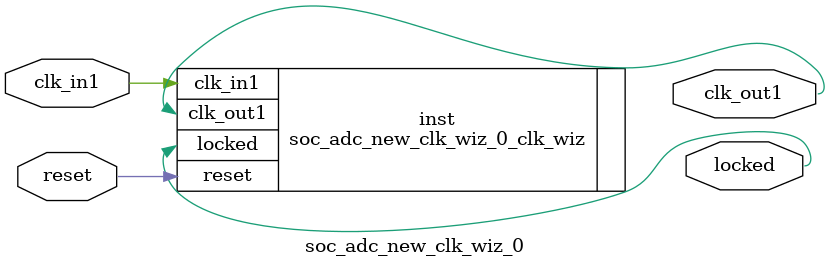
<source format=v>


`timescale 1ps/1ps

(* CORE_GENERATION_INFO = "soc_adc_new_clk_wiz_0,clk_wiz_v6_0_15_0_0,{component_name=soc_adc_new_clk_wiz_0,use_phase_alignment=true,use_min_o_jitter=false,use_max_i_jitter=false,use_dyn_phase_shift=false,use_inclk_switchover=false,use_dyn_reconfig=false,enable_axi=0,feedback_source=FDBK_AUTO,PRIMITIVE=MMCM,num_out_clk=1,clkin1_period=10.000,clkin2_period=10.000,use_power_down=false,use_reset=true,use_locked=true,use_inclk_stopped=false,feedback_type=SINGLE,CLOCK_MGR_TYPE=NA,manual_override=false}" *)

module soc_adc_new_clk_wiz_0 
 (
  // Clock out ports
  output        clk_out1,
  // Status and control signals
  input         reset,
  output        locked,
 // Clock in ports
  input         clk_in1
 );

  soc_adc_new_clk_wiz_0_clk_wiz inst
  (
  // Clock out ports  
  .clk_out1(clk_out1),
  // Status and control signals               
  .reset(reset), 
  .locked(locked),
 // Clock in ports
  .clk_in1(clk_in1)
  );

endmodule

</source>
